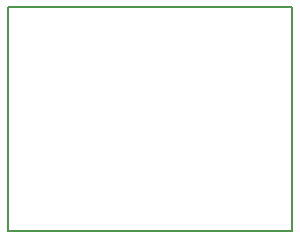
<source format=gko>
G04*
G04 #@! TF.GenerationSoftware,Altium Limited,Altium Designer,22.4.2 (48)*
G04*
G04 Layer_Color=16711935*
%FSLAX25Y25*%
%MOIN*%
G70*
G04*
G04 #@! TF.SameCoordinates,0592E0CC-BA3F-4339-BE53-95EDDC47ECB4*
G04*
G04*
G04 #@! TF.FilePolarity,Positive*
G04*
G01*
G75*
%ADD12C,0.00787*%
D12*
X0Y0D02*
Y74803D01*
Y0D02*
X94488D01*
X0Y74803D02*
X94488D01*
Y0D02*
Y74803D01*
M02*

</source>
